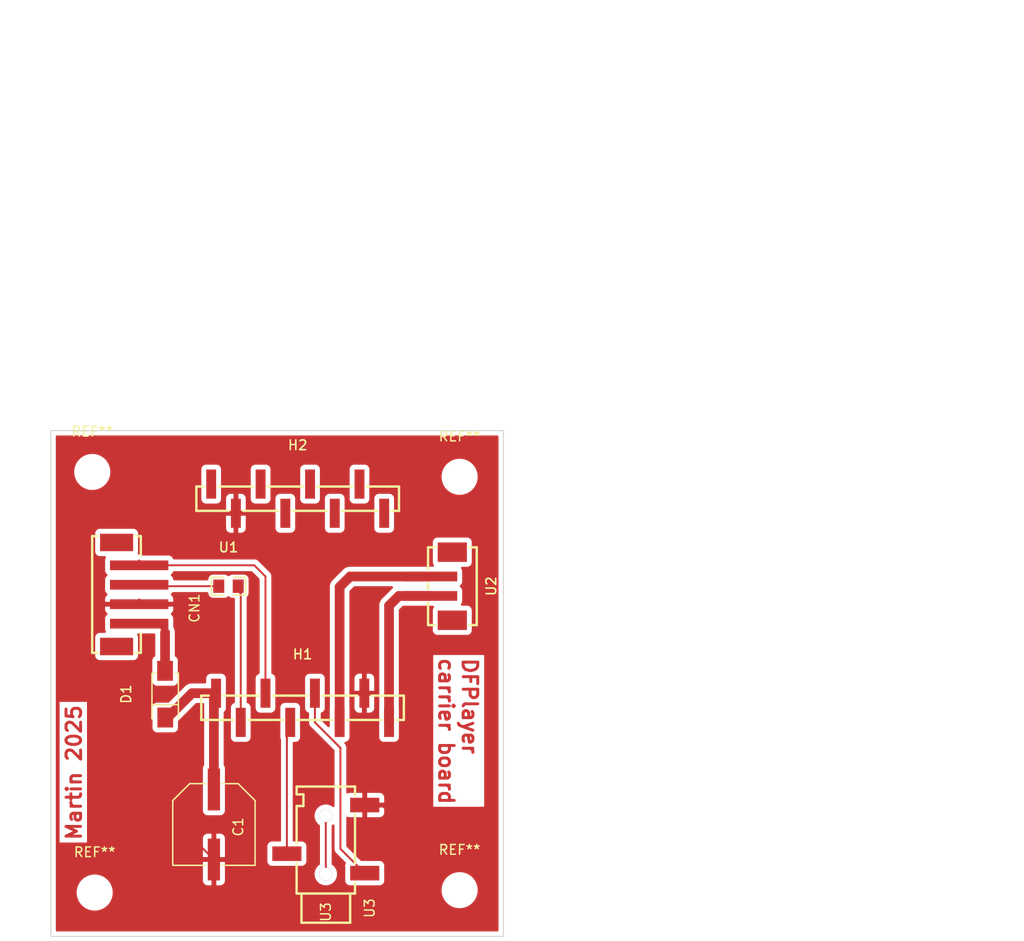
<source format=kicad_pcb>
(kicad_pcb (version 20241229) (generator "pcbnew") (generator_version "9.0")
  (layers (0 "F.Cu" signal) (2 "B.Cu" signal) (13 "F.Paste" user) (15 "B.Paste" user) (5 "F.SilkS" user "F.Silkscreen") (7 "B.SilkS" user "B.Silkscreen") (1 "F.Mask" user) (3 "B.Mask" user) (25 "Edge.Cuts" user))
  (net 0 "")
  (net 1 "_4")
  (net 2 "ADKEY_2")
  (net 3 "_6")
  (net 4 "ADKEY_1")
  (net 5 "_3")
  (net 6 "_5")
  (net 7 "IO_2")
  (net 8 "IO_1")
  (net 9 "BUSY")
  (net 10 "SPK_1")
  (net 11 "power_5v-VCC")
  (net 12 "df_header_left-VCC")
  (net 13 "TX")
  (net 14 "USB_M")
  (net 15 "USB_P")
  (net 16 "net")
  (net 17 "df_header_left-RX")
  (net 18 "footprint-RX")
  (net 19 "DAC_R")
  (net 20 "DAC_L")
  (net 21 "SPK_2")
  (net 22 "GND")
  (footprint "MountingHole:MountingHole_3.2mm_M3" (layer "F.Cu") (at 169.25 78.75)
    (property "Reference" "REF**" (at 0 -4.15 0) (layer "F.SilkS"))
    (property "Value" "MountingHole_3.2mm_M3")
    (pad "" np_thru_hole circle (at 0 0) (size 3.2 3.2) (drill 3.2) (layers "*.Cu" "*.Mask"))
  )
  (footprint "hanxia_HX_PM2_54_1x8P_TP_H8_5_YQ:HDR-SMD_8P-P2.54-V-F-S4.7" (layer "F.Cu") (at 152.61 81)
    (property "Reference" "H2" (at 0 -5.5 0) (layer "F.SilkS"))
    (property "Value" "")
    (fp_line (start -10.41 -1.25) (end -10.41 1.25) (stroke (width 0.25)) (layer "F.SilkS"))
    (fp_line (start -10.41 -1.25) (end -9.63 -1.25) (stroke (width 0.25)) (layer "F.SilkS"))
    (fp_line (start -10.41 1.25) (end -7.09 1.25) (stroke (width 0.25)) (layer "F.SilkS"))
    (fp_line (start -8.15 -1.25) (end -4.55 -1.25) (stroke (width 0.25)) (layer "F.SilkS"))
    (fp_line (start -5.61 1.25) (end -2.01 1.25) (stroke (width 0.25)) (layer "F.SilkS"))
    (fp_line (start -3.07 -1.25) (end 0.53 -1.25) (stroke (width 0.25)) (layer "F.SilkS"))
    (fp_line (start -0.53 1.25) (end 3.07 1.25) (stroke (width 0.25)) (layer "F.SilkS"))
    (fp_line (start 2.01 -1.25) (end 5.61 -1.25) (stroke (width 0.25)) (layer "F.SilkS"))
    (fp_line (start 4.55 1.25) (end 8.15 1.25) (stroke (width 0.25)) (layer "F.SilkS"))
    (fp_line (start 7.09 -1.25) (end 10.41 -1.25) (stroke (width 0.25)) (layer "F.SilkS"))
    (fp_line (start 9.63 1.25) (end 10.41 1.25) (stroke (width 0.25)) (layer "F.SilkS"))
    (fp_line (start 10.41 -1.25) (end 10.41 1.25) (stroke (width 0.25)) (layer "F.SilkS"))
    (fp_text user "${REFERENCE}" (at 0 -5.5 0) (layer "F.SilkS"))
    (pad "1" smd rect (at -8.89 -1.5) (size 1.02 3) (layers "F.Cu" "F.Mask" "F.Paste") (net 8 "IO_1"))
    (pad "2" smd rect (at -6.35 1.5) (size 1.02 3) (layers "F.Cu" "F.Mask" "F.Paste") (net 22 "GND"))
    (pad "3" smd rect (at -3.81 -1.5) (size 1.02 3) (layers "F.Cu" "F.Mask" "F.Paste") (net 7 "IO_2"))
    (pad "4" smd rect (at -1.27 1.5) (size 1.02 3) (layers "F.Cu" "F.Mask" "F.Paste") (net 4 "ADKEY_1"))
    (pad "5" smd rect (at 1.27 -1.5) (size 1.02 3) (layers "F.Cu" "F.Mask" "F.Paste") (net 2 "ADKEY_2"))
    (pad "6" smd rect (at 3.81 1.5) (size 1.02 3) (layers "F.Cu" "F.Mask" "F.Paste") (net 15 "USB_P"))
    (pad "7" smd rect (at 6.35 -1.5) (size 1.02 3) (layers "F.Cu" "F.Mask" "F.Paste") (net 14 "USB_M"))
    (pad "8" smd rect (at 8.89 1.5) (size 1.02 3) (layers "F.Cu" "F.Mask" "F.Paste") (net 9 "BUSY"))
  )
  (footprint "JST_Sales_America_B4B_PH_SM4_TB_LF__SN:CONN-SMD_B4B-PH-SM4-TB-LF-SN" (layer "F.Cu") (at 135.16 90.85 -90)
    (property "Reference" "CN1" (at 1.4 -6.84 90) (layer "F.SilkS"))
    (property "Value" "")
    (fp_line (start -6 3.67) (end -6 3.09) (stroke (width 0.25)) (layer "F.SilkS"))
    (fp_line (start 6 3.67) (end -6 3.67) (stroke (width 0.25)) (layer "F.SilkS"))
    (fp_line (start 6 3.09) (end 6 3.67) (stroke (width 0.25)) (layer "F.SilkS"))
    (fp_line (start -6 -1.33) (end -6 -0.77) (stroke (width 0.25)) (layer "F.SilkS"))
    (fp_line (start -6 -1.33) (end -4 -1.33) (stroke (width 0.25)) (layer "F.SilkS"))
    (fp_line (start 4 -1.33) (end 6 -1.33) (stroke (width 0.25)) (layer "F.SilkS"))
    (fp_line (start 6 -1.33) (end 6 -0.77) (stroke (width 0.25)) (layer "F.SilkS"))
    (pad "1" smd rect (at 3 -1.16 90) (size 1 6) (layers "F.Cu" "F.Mask" "F.Paste") (net 11 "power_5v-VCC"))
    (pad "2" smd rect (at 1 -1.16 90) (size 1 6) (layers "F.Cu" "F.Mask" "F.Paste") (net 22 "GND"))
    (pad "3" smd rect (at -1 -1.16 90) (size 1 6) (layers "F.Cu" "F.Mask" "F.Paste") (net 18 "footprint-RX"))
    (pad "4" smd rect (at -3 -1.16 90) (size 1 6) (layers "F.Cu" "F.Mask" "F.Paste") (net 13 "TX"))
    (pad "5" smd rect (at -5.35 1.16 270) (size 1.8 3.4) (layers "F.Cu" "F.Mask" "F.Paste") (net 6 "_5"))
    (pad "6" smd rect (at 5.35 1.16 270) (size 1.8 3.4) (layers "F.Cu" "F.Mask" "F.Paste") (net 3 "_6"))
  )
  (footprint "MountingHole:MountingHole_3.2mm_M3" (layer "F.Cu") (at 169.25 121.25)
    (property "Reference" "REF**" (at 0 -4.15 0) (layer "F.SilkS"))
    (property "Value" "MountingHole_3.2mm_M3")
    (pad "" np_thru_hole circle (at 0 0) (size 3.2 3.2) (drill 3.2) (layers "*.Cu" "*.Mask"))
  )
  (footprint "hongjiacheng_M1:SMA_L4.3-W2.6-LS5.0-RD" (layer "F.Cu") (at 138.99 101.1 90)
    (property "Reference" "D1" (at 0 -4.01 90) (layer "F.SilkS"))
    (property "Value" "")
    (fp_line (start -1.08 -1.36) (end -1.08 1.36) (stroke (width 0.15)) (layer "F.SilkS"))
    (fp_line (start -2.53 -1.36) (end 2.16 -1.35) (stroke (width 0.15)) (layer "F.SilkS"))
    (fp_line (start 2.16 -1.27) (end 2.16 -0.92) (stroke (width 0.15)) (layer "F.SilkS"))
    (fp_line (start 2.16 1.36) (end 2.16 1.01) (stroke (width 0.15)) (layer "F.SilkS"))
    (fp_line (start -2.5 1.36) (end 2.16 1.36) (stroke (width 0.15)) (layer "F.SilkS"))
    (fp_text user "${REFERENCE}" (at 0 -4.01 90) (layer "F.SilkS"))
    (pad "1" smd rect (at -2.4 0.01 90) (size 2.05 1.62) (layers "F.Cu" "F.Mask" "F.Paste") (net 12 "df_header_left-VCC"))
    (pad "2" smd rect (at 2.4 -0.01 270) (size 2.05 1.62) (layers "F.Cu" "F.Mask" "F.Paste") (net 11 "power_5v-VCC"))
  )
  (footprint "UNI_ROYAL_0805W8F1001T5E:R0805" (layer "F.Cu") (at 145.5 90)
    (property "Reference" "U1" (at 0 -4 0) (layer "F.SilkS"))
    (property "Value" "1kΩ ±1% 125mW")
    (fp_line (start -1.76 -0.92) (end -0.48 -0.92) (stroke (width 0.15)) (layer "F.SilkS"))
    (fp_line (start -1.76 0.92) (end -1.76 -0.92) (stroke (width 0.15)) (layer "F.SilkS"))
    (fp_line (start -0.48 0.92) (end -1.76 0.92) (stroke (width 0.15)) (layer "F.SilkS"))
    (fp_line (start 0.48 0.92) (end 1.76 0.92) (stroke (width 0.15)) (layer "F.SilkS"))
    (fp_line (start 1.76 -0.92) (end 0.48 -0.92) (stroke (width 0.15)) (layer "F.SilkS"))
    (fp_line (start 1.76 0.92) (end 1.76 -0.92) (stroke (width 0.15)) (layer "F.SilkS"))
    (fp_text user "${REFERENCE}" (at 0 -4 0) (layer "F.SilkS"))
    (pad "1" smd rect (at -1 0) (size 1.13 1.38) (layers "F.Cu" "F.Mask" "F.Paste") (net 18 "footprint-RX"))
    (pad "2" smd rect (at 1 0) (size 1.13 1.38) (layers "F.Cu" "F.Mask" "F.Paste") (net 17 "df_header_left-RX"))
  )
  (footprint "hanxia_HX_PM2_54_1x8P_TP_H8_5_YQ:HDR-SMD_8P-P2.54-V-F-S4.7" (layer "F.Cu") (at 153.11 102.5)
    (property "Reference" "H1" (at 0 -5.5 0) (layer "F.SilkS"))
    (property "Value" "")
    (fp_line (start -10.41 -1.25) (end -10.41 1.25) (stroke (width 0.25)) (layer "F.SilkS"))
    (fp_line (start -10.41 -1.25) (end -9.63 -1.25) (stroke (width 0.25)) (layer "F.SilkS"))
    (fp_line (start -10.41 1.25) (end -7.09 1.25) (stroke (width 0.25)) (layer "F.SilkS"))
    (fp_line (start -8.15 -1.25) (end -4.55 -1.25) (stroke (width 0.25)) (layer "F.SilkS"))
    (fp_line (start -5.61 1.25) (end -2.01 1.25) (stroke (width 0.25)) (layer "F.SilkS"))
    (fp_line (start -3.07 -1.25) (end 0.53 -1.25) (stroke (width 0.25)) (layer "F.SilkS"))
    (fp_line (start -0.53 1.25) (end 3.07 1.25) (stroke (width 0.25)) (layer "F.SilkS"))
    (fp_line (start 2.01 -1.25) (end 5.61 -1.25) (stroke (width 0.25)) (layer "F.SilkS"))
    (fp_line (start 4.55 1.25) (end 8.15 1.25) (stroke (width 0.25)) (layer "F.SilkS"))
    (fp_line (start 7.09 -1.25) (end 10.41 -1.25) (stroke (width 0.25)) (layer "F.SilkS"))
    (fp_line (start 9.63 1.25) (end 10.41 1.25) (stroke (width 0.25)) (layer "F.SilkS"))
    (fp_line (start 10.41 -1.25) (end 10.41 1.25) (stroke (width 0.25)) (layer "F.SilkS"))
    (fp_text user "${REFERENCE}" (at 0 -5.5 0) (layer "F.SilkS"))
    (pad "1" smd rect (at -8.89 -1.5) (size 1.02 3) (layers "F.Cu" "F.Mask" "F.Paste") (net 12 "df_header_left-VCC"))
    (pad "2" smd rect (at -6.35 1.5) (size 1.02 3) (layers "F.Cu" "F.Mask" "F.Paste") (net 17 "df_header_left-RX"))
    (pad "3" smd rect (at -3.81 -1.5) (size 1.02 3) (layers "F.Cu" "F.Mask" "F.Paste") (net 13 "TX"))
    (pad "4" smd rect (at -1.27 1.5) (size 1.02 3) (layers "F.Cu" "F.Mask" "F.Paste") (net 19 "DAC_R"))
    (pad "5" smd rect (at 1.27 -1.5) (size 1.02 3) (layers "F.Cu" "F.Mask" "F.Paste") (net 20 "DAC_L"))
    (pad "6" smd rect (at 3.81 1.5) (size 1.02 3) (layers "F.Cu" "F.Mask" "F.Paste") (net 10 "SPK_1"))
    (pad "7" smd rect (at 6.35 -1.5) (size 1.02 3) (layers "F.Cu" "F.Mask" "F.Paste") (net 22 "GND"))
    (pad "8" smd rect (at 8.89 1.5) (size 1.02 3) (layers "F.Cu" "F.Mask" "F.Paste") (net 21 "SPK_2"))
  )
  (footprint "MountingHole:MountingHole_3.2mm_M3" (layer "F.Cu") (at 131.5 78.25)
    (property "Reference" "REF**" (at 0 -4.15 0) (layer "F.SilkS"))
    (property "Value" "MountingHole_3.2mm_M3")
    (pad "" np_thru_hole circle (at 0 0) (size 3.2 3.2) (drill 3.2) (layers "*.Cu" "*.Mask"))
  )
  (footprint "MountingHole:MountingHole_3.2mm_M3" (layer "F.Cu") (at 131.75 121.5)
    (property "Reference" "REF**" (at 0 -4.15 0) (layer "F.SilkS"))
    (property "Value" "MountingHole_3.2mm_M3")
    (pad "" np_thru_hole circle (at 0 0) (size 3.2 3.2) (drill 3.2) (layers "*.Cu" "*.Mask"))
  )
  (footprint "JST_Sales_America_B2B_PH_SM4_TBT_LF__SN:CONN-SMD_B2B-PH-SM4-TBT-LF-SN" (layer "F.Cu") (at 167.38 90 -90)
    (property "Reference" "U2" (at 0 -5.12 90) (layer "F.SilkS"))
    (property "Value" "")
    (fp_line (start -4 1.37) (end -1.73 1.37) (stroke (width 0.25)) (layer "F.SilkS"))
    (fp_line (start -0.27 1.37) (end 0.27 1.37) (stroke (width 0.25)) (layer "F.SilkS"))
    (fp_line (start 1.73 1.37) (end 4 1.37) (stroke (width 0.25)) (layer "F.SilkS"))
    (fp_line (start 4 1.37) (end 4 0.6) (stroke (width 0.25)) (layer "F.SilkS"))
    (fp_line (start -4 0.6) (end -4 1.37) (stroke (width 0.25)) (layer "F.SilkS"))
    (fp_line (start 4 -2.86) (end 4 -3.63) (stroke (width 0.25)) (layer "F.SilkS"))
    (fp_line (start -4 -3.63) (end -4 -2.86) (stroke (width 0.25)) (layer "F.SilkS"))
    (fp_line (start -4 -3.63) (end 4 -3.63) (stroke (width 0.25)) (layer "F.SilkS"))
    (fp_text user "${REFERENCE}" (at 0 -5.12 90) (layer "F.SilkS"))
    (pad "1" smd rect (at -1 1.12 270) (size 1 5.5) (layers "F.Cu" "F.Mask" "F.Paste") (net 10 "SPK_1"))
    (pad "2" smd rect (at 1 1.12 270) (size 1 5.5) (layers "F.Cu" "F.Mask" "F.Paste") (net 21 "SPK_2"))
    (pad "3" smd rect (at 3.5 -1.12 270) (size 2 3) (layers "F.Cu" "F.Mask" "F.Paste") (net 5 "_3"))
    (pad "4" smd rect (at -3.5 -1.12 270) (size 2 3) (layers "F.Cu" "F.Mask" "F.Paste") (net 1 "_4"))
  )
  (footprint "PANASONIC_EEEFK1A471AP:CAP-SMD_BD8.0-L8.3-W8.3-LS9.9-FD" (layer "F.Cu") (at 144 114.5 -90)
    (property "Reference" "C1" (hide yes))
    (property "Value" "")
    (fp_line (start -2.46 4.23) (end -4.2 2.49) (stroke (width 0.15)) (layer "F.SilkS"))
    (fp_line (start 4.2 4.23) (end -2.46 4.23) (stroke (width 0.15)) (layer "F.SilkS"))
    (fp_line (start -4.2 2.49) (end -4.2 0.78) (stroke (width 0.15)) (layer "F.SilkS"))
    (fp_line (start 4.2 0.78) (end 4.2 4.23) (stroke (width 0.15)) (layer "F.SilkS"))
    (fp_line (start 4.2 -0.78) (end 4.2 -4.23) (stroke (width 0.15)) (layer "F.SilkS"))
    (fp_line (start -4.2 -2.49) (end -4.2 -0.78) (stroke (width 0.15)) (layer "F.SilkS"))
    (fp_line (start -2.46 -4.23) (end -4.2 -2.49) (stroke (width 0.15)) (layer "F.SilkS"))
    (fp_line (start 4.2 -4.23) (end -2.46 -4.23) (stroke (width 0.15)) (layer "F.SilkS"))
    (fp_text user "${REFERENCE}" (at 0.25 -2.5 90) (layer "F.SilkS"))
    (pad "1" smd rect (at -3.6 0 270) (size 4.3 1.26) (layers "F.Cu" "F.Mask" "F.Paste") (net 12 "df_header_left-VCC"))
    (pad "2" smd rect (at 3.6 0 270) (size 4.3 1.26) (layers "F.Cu" "F.Mask" "F.Paste") (net 22 "GND"))
  )
  (footprint "SOFNG_PJ_320B:AUDIO-SMD_PJ-320B" (layer "F.Cu") (at 155.5 116 180)
    (property "Reference" "U3" (at 0 -7.5 90) (layer "F.SilkS"))
    (property "Value" "")
    (fp_line (start 3 5.4) (end -3 5.4) (stroke (width 0.25)) (layer "F.SilkS"))
    (fp_line (start 3 4.6) (end 3 5.4) (stroke (width 0.25)) (layer "F.SilkS"))
    (fp_line (start 3 3.4) (end 2.3 3.4) (stroke (width 0.25)) (layer "F.SilkS"))
    (fp_line (start 3 -0.52) (end 3 3.4) (stroke (width 0.25)) (layer "F.SilkS"))
    (fp_line (start 3 -5.6) (end 3 -2.48) (stroke (width 0.25)) (layer "F.SilkS"))
    (fp_line (start 2.5 -5.6) (end 2.5 -8.6) (stroke (width 0.25)) (layer "F.SilkS"))
    (fp_line (start 2.3 4.6) (end 3 4.6) (stroke (width 0.25)) (layer "F.SilkS"))
    (fp_line (start 2.3 3.4) (end 2.3 4.6) (stroke (width 0.25)) (layer "F.SilkS"))
    (fp_line (start -2.5 -5.6) (end -2.5 -8.6) (stroke (width 0.25)) (layer "F.SilkS"))
    (fp_line (start -2.5 -8.6) (end 2.5 -8.6) (stroke (width 0.25)) (layer "F.SilkS"))
    (fp_line (start -3 4.48) (end -3 5.4) (stroke (width 0.25)) (layer "F.SilkS"))
    (fp_line (start -3 -2.52) (end -3 2.52) (stroke (width 0.25)) (layer "F.SilkS"))
    (fp_line (start -3 -5.6) (end 3 -5.6) (stroke (width 0.25)) (layer "F.SilkS"))
    (fp_line (start -3 -5.6) (end -3 -4.48) (stroke (width 0.25)) (layer "F.SilkS"))
    (fp_text user "${REFERENCE}" (at -4.5 -7.1 90) (layer "F.SilkS"))
    (pad "" thru_hole circle (at 0 -3.6 180) (size 1.3 1.3) (drill 1.3) (layers "*.Cu" "*.Mask") (net 16 "net"))
    (pad "" thru_hole circle (at 0 2.4 180) (size 1.3 1.3) (drill 1.3) (layers "*.Cu" "*.Mask") (net 16 "net"))
    (pad "1" smd rect (at -4 -3.5 180) (size 3 1.5) (layers "F.Cu" "F.Mask" "F.Paste") (net 20 "DAC_L"))
    (pad "2" smd rect (at 4 -1.5 180) (size 3 1.5) (layers "F.Cu" "F.Mask" "F.Paste") (net 19 "DAC_R"))
    (pad "3" smd rect (at -4 3.5 180) (size 3 1.5) (layers "F.Cu" "F.Mask" "F.Paste") (net 22 "GND"))
  )
  (gr_rect (start 127.25 74) (end 173.75 126) (stroke (width 0.1)) (fill no) (layer "Edge.Cuts"))
  (gr_text "DFPlayer\ncarrier board" (at 167 97.25 270) (layer "F.Cu") (effects (font (size 1.5 1.5) (thickness 0.3) (bold yes)) (justify left bottom)))
  (gr_text "Martin 2025" (at 130.5 116.25 90) (layer "F.Cu") (effects (font (size 1.5 1.5) (thickness 0.3) (bold yes)) (justify left bottom)))
  (segment (start 156.92 90.08) (end 158 89) (width 1) (layer "F.Cu") (net 10))
  (segment (start 156.92 104) (end 156.92 90.08) (width 1) (layer "F.Cu") (net 10))
  (segment (start 158 89) (end 166.26 89) (width 1) (layer "F.Cu") (net 10))
  (segment (start 138.98 94.77) (end 138.98 98.7) (width 1) (layer "F.Cu") (net 11))
  (segment (start 139 94.75) (end 138.98 94.77) (width 0.2) (layer "F.Cu") (net 11))
  (segment (start 138.1 93.85) (end 139 94.75) (width 0.2) (layer "F.Cu") (net 11))
  (segment (start 136.32 93.85) (end 138.1 93.85) (width 0.2) (layer "F.Cu") (net 11))
  (segment (start 144 110.9) (end 144 101.22) (width 1) (layer "F.Cu") (net 12))
  (segment (start 141.75 101) (end 144.22 101) (width 1) (layer "F.Cu") (net 12))
  (segment (start 139.25 103.5) (end 141.75 101) (width 1) (layer "F.Cu") (net 12))
  (segment (start 144 101.22) (end 144.22 101) (width 0.2) (layer "F.Cu") (net 12))
  (segment (start 139 103.5) (end 139.25 103.5) (width 0.2) (layer "F.Cu") (net 12))
  (segment (start 136.97 88) (end 136.32 87.35) (width 0.2) (layer "F.Cu") (net 13))
  (segment (start 149.3 101) (end 149.3 89) (width 0.2) (layer "F.Cu") (net 13))
  (segment (start 148.15 87.85) (end 136.32 87.85) (width 0.2) (layer "F.Cu") (net 13))
  (segment (start 149.3 89) (end 148.15 87.85) (width 0.2) (layer "F.Cu") (net 13))
  (segment (start 155.5 113.6) (end 155.5 119.6) (width 0.2) (layer "F.Cu") (net 16))
  (segment (start 146.76 104) (end 146.76 90.26) (width 0.2) (layer "F.Cu") (net 17))
  (segment (start 146.76 90.26) (end 146.5 90) (width 0.2) (layer "F.Cu") (net 17))
  (segment (start 146.5 90) (end 146.5 90.5) (width 0.2) (layer "F.Cu") (net 17))
  (segment (start 146.5 90.5) (end 146.76 90.76) (width 0.2) (layer "F.Cu") (net 17))
  (segment (start 144.5 90) (end 136.47 90) (width 0.2) (layer "F.Cu") (net 18))
  (segment (start 136.47 90) (end 136.32 89.85) (width 0.2) (layer "F.Cu") (net 18))
  (segment (start 151.5 117.5) (end 151.5 104.34) (width 0.2) (layer "F.Cu") (net 19))
  (segment (start 151.5 104.34) (end 151.84 104) (width 0.2) (layer "F.Cu") (net 19))
  (segment (start 154.38 101) (end 154.38 104) (width 0.2) (layer "F.Cu") (net 20))
  (segment (start 159.5 119.5) (end 157 117) (width 0.2) (layer "F.Cu") (net 20))
  (segment (start 157 106.62) (end 154.38 104) (width 0.2) (layer "F.Cu") (net 20))
  (segment (start 157 117) (end 157 106.62) (width 0.2) (layer "F.Cu") (net 20))
  (segment (start 162 92) (end 163 91) (width 1) (layer "F.Cu") (net 21))
  (segment (start 162 104) (end 162 92) (width 1) (layer "F.Cu") (net 21))
  (segment (start 163 91) (end 166.26 91) (width 1) (layer "F.Cu") (net 21))
  (segment (start 163.75 121) (end 163.75 115.5) (width 0.2) (layer "F.Cu") (net 22))
  (segment (start 144 118.1) (end 144 121) (width 0.2) (layer "F.Cu") (net 22))
  (segment (start 132.25 82.5) (end 131.25 83.5) (width 0.2) (layer "F.Cu") (net 22))
  (segment (start 159.5 101.04) (end 159.46 101) (width 0.2) (layer "F.Cu") (net 22))
  (segment (start 164 115.25) (end 161.25 112.5) (width 0.2) (layer "F.Cu") (net 22))
  (segment (start 144 118) (end 144.551 118.551) (width 0.2) (layer "F.Cu") (net 22))
  (segment (start 144 118.1) (end 131.5 105.6) (width 0.2) (layer "F.Cu") (net 22))
  (segment (start 132.85 91.85) (end 136.32 91.85) (width 0.2) (layer "F.Cu") (net 22))
  (segment (start 161.25 112.5) (end 159.901 112.5) (width 0.2) (layer "F.Cu") (net 22))
  (segment (start 132.9 91.85) (end 136.32 91.85) (width 0.2) (layer "F.Cu") (net 22))
  (segment (start 146.25 123.25) (end 161.5 123.25) (width 0.2) (layer "F.Cu") (net 22))
  (segment (start 131.5 105.6) (end 131.5 93.25) (width 0.2) (layer "F.Cu") (net 22))
  (segment (start 144 121) (end 146.25 123.25) (width 0.2) (layer "F.Cu") (net 22))
  (segment (start 146.26 82.5) (end 132.25 82.5) (width 0.2) (layer "F.Cu") (net 22))
  (segment (start 159.5 112.5) (end 159.5 101.04) (width 0.2) (layer "F.Cu") (net 22))
  (segment (start 144 118.1) (end 144 118) (width 0.2) (layer "F.Cu") (net 22))
  (segment (start 136.49 91.52) (end 136.32 91.35) (width 0.2) (layer "F.Cu") (net 22))
  (segment (start 131.5 93.25) (end 132.9 91.85) (width 0.2) (layer "F.Cu") (net 22))
  (segment (start 131.25 90.25) (end 132.85 91.85) (width 0.2) (layer "F.Cu") (net 22))
  (segment (start 131.25 83.5) (end 131.25 90.25) (width 0.2) (layer "F.Cu") (net 22))
  (segment (start 161.5 123.25) (end 163.75 121) (width 0.2) (layer "F.Cu") (net 22))
  (segment (start 163.75 115.5) (end 164 115.25) (width 0.2) (layer "F.Cu") (net 22))
  (zone (net 22) (net_name "GND") (layer "F.Cu") (name "GND") (connect_pads (clearance 0.5)) (min_thickness 0.25) (fill yes (thermal_gap 0.5) (thermal_bridge_width 0.5))
    (polygon (pts (xy 127.25 74) (xy 173.75 74) (xy 173.75 126) (xy 127.25 126)))
  )
)
</source>
